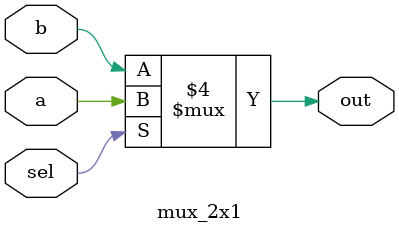
<source format=v>
module mux_2x1(a,b,sel,out);
	input a,b,sel;
	output reg out;
	always @(a or b or sel)
	begin 
		if(sel==1)
			out = a;
		else out = b;		 
	end
endmodule
</source>
